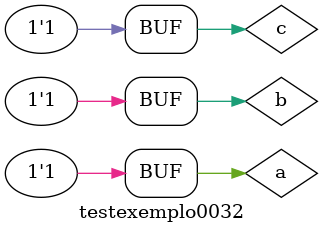
<source format=v>

module multiplexador(output s, input p, input q, input r);

wire temp1, temp2, temp3;

not(temp3, r);
and(temp1, p, temp3);
and(temp2, q, r);
or (   s,temp1, temp2);

endmodule

module exemplo0032(output s, input p, input q, input chave);

wire temp1, temp2;

and(temp1, p, q);
or (temp2, p, q);
multiplexador MULT(s, temp1, temp2, chave);

endmodule

module testexemplo0032;
reg a, b, c;
wire s;

exemplo0032 Q02(s, a, b, c);

initial begin
a = 'b0;
b = 'b0;
c = 'b0;

#1$monitor("%3b %3b %3b = %3b", a, b, c, s);

#1a= 'b0;b= 'b0;c= 'b1;
#1a= 'b0;b= 'b1;c= 'b0;
#1a= 'b0;b= 'b1;c= 'b1;
#1a= 'b1;b= 'b0;c= 'b0;
#1a= 'b1;b= 'b0;c= 'b1;
#1a= 'b1;b= 'b1;c= 'b0;
#1a= 'b1;b= 'b1;c= 'b1;

end
endmodule
</source>
